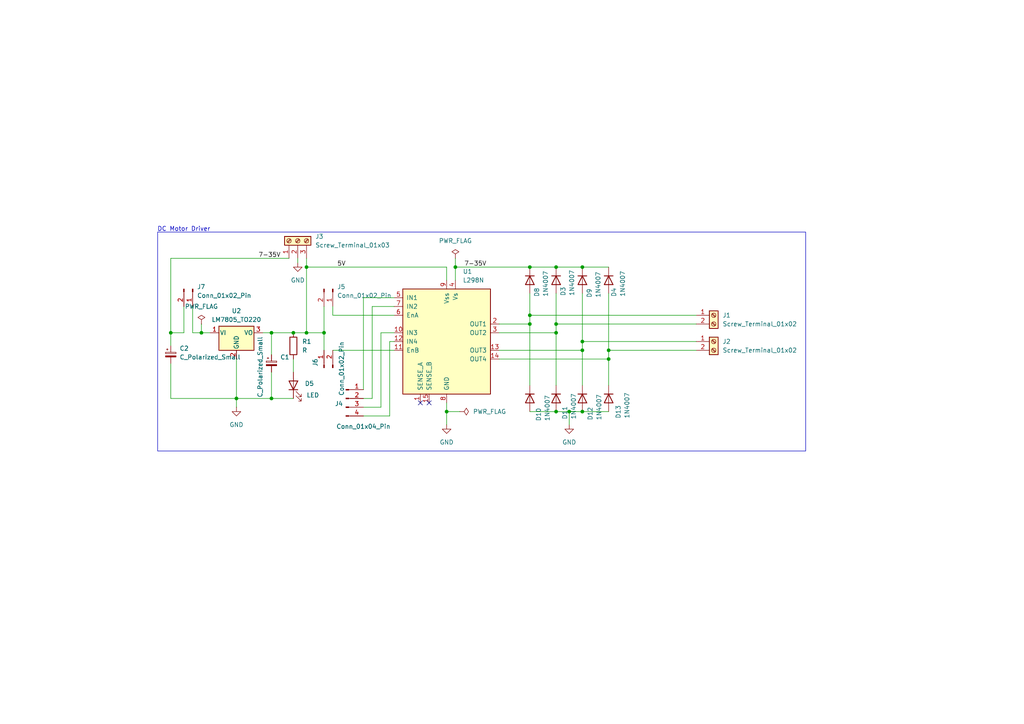
<source format=kicad_sch>
(kicad_sch (version 20250114) (generator "eeschema") (generator_version "9.0")
  (paper "A4")
  (lib_symbols
    (symbol "Connector:Conn_01x02_Pin" (pin_names (offset 1.016) (hide yes))
      (property "Reference" "J" (at 0 2.54 0))
      (property "Value" "Conn_01x02_Pin" (at 0 -5.08 0))
      (symbol "Conn_01x02_Pin_1_1"
        (rectangle (start 0.8636 0.127) (end 0 -0.127) (stroke (width 0.1524)) (fill (type outline)))
        (rectangle (start 0.8636 -2.413) (end 0 -2.667) (stroke (width 0.1524)) (fill (type outline)))
        (polyline (pts (xy 1.27 0) (xy 0.8636 0)) (stroke (width 0.1524)))
        (polyline (pts (xy 1.27 -2.54) (xy 0.8636 -2.54)) (stroke (width 0.1524)))
        (pin passive line (at 5.08 0 180) (length 3.81) (name "Pin_1") (number "1"))
        (pin passive line (at 5.08 -2.54 180) (length 3.81) (name "Pin_2") (number "2"))
      )
    )
    (symbol "Connector:Conn_01x04_Pin" (pin_names (offset 1.016) (hide yes))
      (property "Reference" "J" (at 0 5.08 0))
      (property "Value" "Conn_01x04_Pin" (at 0 -7.62 0))
      (symbol "Conn_01x04_Pin_1_1"
        (rectangle (start 0.8636 2.667) (end 0 2.413) (stroke (width 0.1524)) (fill (type outline)))
        (rectangle (start 0.8636 0.127) (end 0 -0.127) (stroke (width 0.1524)) (fill (type outline)))
        (rectangle (start 0.8636 -2.413) (end 0 -2.667) (stroke (width 0.1524)) (fill (type outline)))
        (rectangle (start 0.8636 -4.953) (end 0 -5.207) (stroke (width 0.1524)) (fill (type outline)))
        (polyline (pts (xy 1.27 2.54) (xy 0.8636 2.54)) (stroke (width 0.1524)))
        (polyline (pts (xy 1.27 0) (xy 0.8636 0)) (stroke (width 0.1524)))
        (polyline (pts (xy 1.27 -2.54) (xy 0.8636 -2.54)) (stroke (width 0.1524)))
        (polyline (pts (xy 1.27 -5.08) (xy 0.8636 -5.08)) (stroke (width 0.1524)))
        (pin passive line (at 5.08 2.54 180) (length 3.81) (name "Pin_1") (number "1"))
        (pin passive line (at 5.08 0 180) (length 3.81) (name "Pin_2") (number "2"))
        (pin passive line (at 5.08 -2.54 180) (length 3.81) (name "Pin_3") (number "3"))
        (pin passive line (at 5.08 -5.08 180) (length 3.81) (name "Pin_4") (number "4"))
      )
    )
    (symbol "Connector:Screw_Terminal_01x02" (pin_names (offset 1.016) (hide yes))
      (property "Reference" "J" (at 0 2.54 0))
      (property "Value" "Screw_Terminal_01x02" (at 0 -5.08 0))
      (symbol "Screw_Terminal_01x02_1_1"
        (rectangle (start -1.27 1.27) (end 1.27 -3.81) (stroke (width 0.254)) (fill (type background)))
        (polyline (pts (xy -0.5334 0.3302) (xy 0.3302 -0.508)) (stroke (width 0.1524)))
        (polyline (pts (xy -0.5334 -2.2098) (xy 0.3302 -3.048)) (stroke (width 0.1524)))
        (polyline (pts (xy -0.3556 0.508) (xy 0.508 -0.3302)) (stroke (width 0.1524)))
        (polyline (pts (xy -0.3556 -2.032) (xy 0.508 -2.8702)) (stroke (width 0.1524)))
        (circle (center 0 0) (radius 0.635) (stroke (width 0.1524)))
        (circle (center 0 -2.54) (radius 0.635) (stroke (width 0.1524)))
        (pin passive line (at -5.08 0 0) (length 3.81) (name "Pin_1") (number "1"))
        (pin passive line (at -5.08 -2.54 0) (length 3.81) (name "Pin_2") (number "2"))
      )
    )
    (symbol "Connector:Screw_Terminal_01x03" (pin_names (offset 1.016) (hide yes))
      (property "Reference" "J" (at 0 5.08 0))
      (property "Value" "Screw_Terminal_01x03" (at 0 -5.08 0))
      (symbol "Screw_Terminal_01x03_1_1"
        (rectangle (start -1.27 3.81) (end 1.27 -3.81) (stroke (width 0.254)) (fill (type background)))
        (polyline (pts (xy -0.5334 2.8702) (xy 0.3302 2.032)) (stroke (width 0.1524)))
        (polyline (pts (xy -0.5334 0.3302) (xy 0.3302 -0.508)) (stroke (width 0.1524)))
        (polyline (pts (xy -0.5334 -2.2098) (xy 0.3302 -3.048)) (stroke (width 0.1524)))
        (polyline (pts (xy -0.3556 3.048) (xy 0.508 2.2098)) (stroke (width 0.1524)))
        (polyline (pts (xy -0.3556 0.508) (xy 0.508 -0.3302)) (stroke (width 0.1524)))
        (polyline (pts (xy -0.3556 -2.032) (xy 0.508 -2.8702)) (stroke (width 0.1524)))
        (circle (center 0 2.54) (radius 0.635) (stroke (width 0.1524)))
        (circle (center 0 0) (radius 0.635) (stroke (width 0.1524)))
        (circle (center 0 -2.54) (radius 0.635) (stroke (width 0.1524)))
        (pin passive line (at -5.08 2.54 0) (length 3.81) (name "Pin_1") (number "1"))
        (pin passive line (at -5.08 0 0) (length 3.81) (name "Pin_2") (number "2"))
        (pin passive line (at -5.08 -2.54 0) (length 3.81) (name "Pin_3") (number "3"))
      )
    )
    (symbol "Device:C_Polarized_Small" (pin_numbers (hide yes)) (pin_names (offset 0.254) (hide yes))
      (property "Reference" "C" (at 0.254 1.778 0))
      (property "Value" "C_Polarized_Small" (at 0.254 -2.032 0))
      (symbol "C_Polarized_Small_0_1"
        (rectangle (start -1.524 0.6858) (end 1.524 0.3048))
        (rectangle (start -1.524 -0.3048) (end 1.524 -0.6858) (fill (type outline)))
        (polyline (pts (xy -1.27 1.524) (xy -0.762 1.524)))
        (polyline (pts (xy -1.016 1.27) (xy -1.016 1.778)))
      )
      (symbol "C_Polarized_Small_1_1"
        (pin passive line (at 0 2.54 270) (length 1.8542) (name "~") (number "1"))
        (pin passive line (at 0 -2.54 90) (length 1.8542) (name "~") (number "2"))
      )
    )
    (symbol "Device:LED" (pin_numbers (hide yes)) (pin_names (offset 1.016) (hide yes))
      (property "Reference" "D" (at 0 2.54 0))
      (property "Value" "LED" (at 0 -2.54 0))
      (symbol "LED_0_1"
        (polyline (pts (xy -3.048 -0.762) (xy -4.572 -2.286) (xy -3.81 -2.286) (xy -4.572 -2.286) (xy -4.572 -1.524)))
        (polyline (pts (xy -1.778 -0.762) (xy -3.302 -2.286) (xy -2.54 -2.286) (xy -3.302 -2.286) (xy -3.302 -1.524)))
        (polyline (pts (xy -1.27 0) (xy 1.27 0)))
        (polyline (pts (xy -1.27 -1.27) (xy -1.27 1.27)) (stroke (width 0.254)))
        (polyline (pts (xy 1.27 -1.27) (xy 1.27 1.27) (xy -1.27 0) (xy 1.27 -1.27)) (stroke (width 0.254)))
      )
      (symbol "LED_1_1"
        (pin passive line (at -3.81 0 0) (length 2.54) (name "K") (number "1"))
        (pin passive line (at 3.81 0 180) (length 2.54) (name "A") (number "2"))
      )
    )
    (symbol "Device:R" (pin_numbers (hide yes)) (pin_names (offset 0))
      (property "Reference" "R" (at 2.032 0 90))
      (property "Value" "R" (at 0 0 90))
      (symbol "R_0_1"
        (rectangle (start -1.016 -2.54) (end 1.016 2.54) (stroke (width 0.254)))
      )
      (symbol "R_1_1"
        (pin passive line (at 0 3.81 270) (length 1.27) (name "~") (number "1"))
        (pin passive line (at 0 -3.81 90) (length 1.27) (name "~") (number "2"))
      )
    )
    (symbol "Diode:1N4007" (pin_numbers (hide yes)) (pin_names (hide yes))
      (property "Reference" "D" (at 0 2.54 0))
      (property "Value" "1N4007" (at 0 -2.54 0))
      (symbol "1N4007_0_1"
        (polyline (pts (xy -1.27 1.27) (xy -1.27 -1.27)) (stroke (width 0.254)))
        (polyline (pts (xy 1.27 1.27) (xy 1.27 -1.27) (xy -1.27 0) (xy 1.27 1.27)) (stroke (width 0.254)))
        (polyline (pts (xy 1.27 0) (xy -1.27 0)))
      )
      (symbol "1N4007_1_1"
        (pin passive line (at -3.81 0 0) (length 2.54) (name "K") (number "1"))
        (pin passive line (at 3.81 0 180) (length 2.54) (name "A") (number "2"))
      )
    )
    (symbol "Driver_Motor:L298N" (pin_names (offset 1.016))
      (property "Reference" "U" (at -10.16 16.51 0))
      (property "Value" "L298N" (at 12.7 16.51 0))
      (symbol "L298N_0_1"
        (rectangle (start -12.7 15.24) (end 12.7 -15.24) (stroke (width 0.254)) (fill (type background)))
      )
      (symbol "L298N_1_1"
        (pin input line (at -15.24 12.7 0) (length 2.54) (name "IN1") (number "5"))
        (pin input line (at -15.24 10.16 0) (length 2.54) (name "IN2") (number "7"))
        (pin input line (at -15.24 7.62 0) (length 2.54) (name "EnA") (number "6"))
        (pin input line (at -15.24 2.54 0) (length 2.54) (name "IN3") (number "10"))
        (pin input line (at -15.24 0 0) (length 2.54) (name "IN4") (number "12"))
        (pin input line (at -15.24 -2.54 0) (length 2.54) (name "EnB") (number "11"))
        (pin power_in line (at -7.62 -17.78 90) (length 2.54) (name "SENSE_A") (number "1"))
        (pin power_in line (at -5.08 -17.78 90) (length 2.54) (name "SENSE_B") (number "15"))
        (pin power_in line (at 0 17.78 270) (length 2.54) (name "Vss") (number "9"))
        (pin power_in line (at 0 -17.78 90) (length 2.54) (name "GND") (number "8"))
        (pin power_in line (at 2.54 17.78 270) (length 2.54) (name "Vs") (number "4"))
        (pin output line (at 15.24 5.08 180) (length 2.54) (name "OUT1") (number "2"))
        (pin output line (at 15.24 2.54 180) (length 2.54) (name "OUT2") (number "3"))
        (pin output line (at 15.24 -2.54 180) (length 2.54) (name "OUT3") (number "13"))
        (pin output line (at 15.24 -5.08 180) (length 2.54) (name "OUT4") (number "14"))
      )
    )
    (symbol "Regulator_Linear:LM7805_TO220" (pin_names (offset 0.254))
      (property "Reference" "U" (at -3.81 3.175 0))
      (property "Value" "LM7805_TO220" (at 0 3.175 0))
      (symbol "LM7805_TO220_0_1"
        (rectangle (start -5.08 1.905) (end 5.08 -5.08) (stroke (width 0.254)) (fill (type background)))
      )
      (symbol "LM7805_TO220_1_1"
        (pin power_in line (at -7.62 0 0) (length 2.54) (name "VI") (number "1"))
        (pin power_in line (at 0 -7.62 90) (length 2.54) (name "GND") (number "2"))
        (pin power_out line (at 7.62 0 180) (length 2.54) (name "VO") (number "3"))
      )
    )
    (symbol "power:GND" (power) (pin_numbers (hide yes)) (pin_names (offset 0) (hide yes))
      (property "Value" "GND" (at 0 -3.81 0))
      (symbol "GND_0_1"
        (polyline (pts (xy 0 0) (xy 0 -1.27) (xy 1.27 -1.27) (xy 0 -2.54) (xy -1.27 -1.27) (xy 0 -1.27)))
      )
      (symbol "GND_1_1"
        (pin power_in line (at 0 0 270) (length 0) (name "~") (number "1"))
      )
    )
    (symbol "power:PWR_FLAG" (power) (pin_numbers (hide yes)) (pin_names (offset 0) (hide yes))
      (property "Value" "PWR_FLAG" (at 0 3.81 0))
      (symbol "PWR_FLAG_0_0"
        (pin power_out line (at 0 0 90) (length 0) (name "~") (number "1"))
      )
      (symbol "PWR_FLAG_0_1"
        (polyline (pts (xy 0 0) (xy 0 1.27) (xy -1.016 1.905) (xy 0 2.54) (xy 1.016 1.905) (xy 0 1.27)))
      )
    )
  )
  (rectangle (start 45.72 67.31) (end 233.68 130.81))
  (text "DC Motor Driver" (at 53.34 66.548 0) (effects (font (size 1.27 1.27))))
  (junction (at 49.53 96.52))
  (junction (at 88.9 96.52))
  (junction (at 165.1 119.38))
  (junction (at 132.08 77.47))
  (junction (at 78.74 115.57))
  (junction (at 129.54 119.38))
  (junction (at 78.74 96.52))
  (junction (at 68.58 115.57))
  (junction (at 161.29 93.98))
  (junction (at 153.67 77.47))
  (junction (at 93.98 96.52))
  (junction (at 85.09 96.52))
  (junction (at 168.91 77.47))
  (junction (at 161.29 77.47))
  (junction (at 168.91 119.38))
  (junction (at 168.91 101.6))
  (junction (at 176.53 101.6))
  (junction (at 153.67 93.98))
  (junction (at 168.91 99.06))
  (junction (at 161.29 96.52))
  (junction (at 58.42 96.52))
  (junction (at 176.53 104.14))
  (junction (at 88.9 77.47))
  (junction (at 153.67 91.44))
  (junction (at 161.29 119.38))
  (no_connect (at 121.92 116.84))
  (no_connect (at 124.46 116.84))
  (wire (pts (xy 96.52 101.6) (xy 114.3 101.6)))
  (wire (pts (xy 176.53 85.09) (xy 176.53 101.6)))
  (wire (pts (xy 93.98 96.52) (xy 93.98 101.6)))
  (wire (pts (xy 88.9 77.47) (xy 88.9 96.52)))
  (wire (pts (xy 168.91 77.47) (xy 176.53 77.47)))
  (wire (pts (xy 53.34 88.9) (xy 53.34 96.52)))
  (wire (pts (xy 110.49 96.52) (xy 110.49 118.11)))
  (wire (pts (xy 107.95 115.57) (xy 105.41 115.57)))
  (wire (pts (xy 55.88 88.9) (xy 55.88 96.52)))
  (wire (pts (xy 168.91 99.06) (xy 168.91 101.6)))
  (wire (pts (xy 58.42 93.98) (xy 58.42 96.52)))
  (wire (pts (xy 168.91 101.6) (xy 168.91 111.76)))
  (wire (pts (xy 144.78 101.6) (xy 168.91 101.6)))
  (wire (pts (xy 88.9 96.52) (xy 85.09 96.52)))
  (wire (pts (xy 153.67 91.44) (xy 153.67 93.98)))
  (wire (pts (xy 58.42 96.52) (xy 60.96 96.52)))
  (wire (pts (xy 49.53 74.93) (xy 49.53 96.52)))
  (wire (pts (xy 86.36 74.93) (xy 86.36 76.2)))
  (wire (pts (xy 88.9 74.93) (xy 88.9 77.47)))
  (wire (pts (xy 165.1 123.19) (xy 165.1 119.38)))
  (wire (pts (xy 153.67 85.09) (xy 153.67 91.44)))
  (wire (pts (xy 161.29 96.52) (xy 161.29 111.76)))
  (wire (pts (xy 113.03 99.06) (xy 113.03 120.65)))
  (wire (pts (xy 129.54 116.84) (xy 129.54 119.38)))
  (wire (pts (xy 49.53 115.57) (xy 68.58 115.57)))
  (wire (pts (xy 78.74 96.52) (xy 76.2 96.52)))
  (wire (pts (xy 107.95 88.9) (xy 107.95 115.57)))
  (wire (pts (xy 113.03 120.65) (xy 105.41 120.65)))
  (wire (pts (xy 165.1 119.38) (xy 168.91 119.38)))
  (wire (pts (xy 161.29 93.98) (xy 201.93 93.98)))
  (wire (pts (xy 129.54 119.38) (xy 133.35 119.38)))
  (wire (pts (xy 105.41 86.36) (xy 105.41 113.03)))
  (wire (pts (xy 68.58 104.14) (xy 68.58 115.57)))
  (wire (pts (xy 114.3 86.36) (xy 105.41 86.36)))
  (wire (pts (xy 129.54 81.28) (xy 129.54 77.47)))
  (wire (pts (xy 132.08 77.47) (xy 132.08 81.28)))
  (wire (pts (xy 161.29 93.98) (xy 161.29 96.52)))
  (wire (pts (xy 168.91 99.06) (xy 201.93 99.06)))
  (wire (pts (xy 85.09 104.14) (xy 85.09 107.95)))
  (wire (pts (xy 55.88 96.52) (xy 58.42 96.52)))
  (wire (pts (xy 85.09 115.57) (xy 78.74 115.57)))
  (wire (pts (xy 49.53 105.41) (xy 49.53 115.57)))
  (wire (pts (xy 114.3 99.06) (xy 113.03 99.06)))
  (wire (pts (xy 132.08 74.93) (xy 132.08 77.47)))
  (wire (pts (xy 144.78 104.14) (xy 176.53 104.14)))
  (wire (pts (xy 93.98 96.52) (xy 88.9 96.52)))
  (wire (pts (xy 144.78 93.98) (xy 153.67 93.98)))
  (wire (pts (xy 78.74 102.87) (xy 78.74 96.52)))
  (wire (pts (xy 161.29 85.09) (xy 161.29 93.98)))
  (wire (pts (xy 93.98 88.9) (xy 93.98 96.52)))
  (wire (pts (xy 176.53 101.6) (xy 176.53 104.14)))
  (wire (pts (xy 49.53 96.52) (xy 49.53 100.33)))
  (wire (pts (xy 114.3 88.9) (xy 107.95 88.9)))
  (wire (pts (xy 110.49 118.11) (xy 105.41 118.11)))
  (wire (pts (xy 78.74 96.52) (xy 85.09 96.52)))
  (wire (pts (xy 78.74 115.57) (xy 68.58 115.57)))
  (wire (pts (xy 49.53 74.93) (xy 83.82 74.93)))
  (wire (pts (xy 153.67 91.44) (xy 201.93 91.44)))
  (wire (pts (xy 78.74 107.95) (xy 78.74 115.57)))
  (wire (pts (xy 161.29 77.47) (xy 168.91 77.47)))
  (wire (pts (xy 153.67 119.38) (xy 161.29 119.38)))
  (wire (pts (xy 96.52 88.9) (xy 96.52 91.44)))
  (wire (pts (xy 129.54 119.38) (xy 129.54 123.19)))
  (wire (pts (xy 53.34 96.52) (xy 49.53 96.52)))
  (wire (pts (xy 96.52 91.44) (xy 114.3 91.44)))
  (wire (pts (xy 176.53 101.6) (xy 201.93 101.6)))
  (wire (pts (xy 88.9 77.47) (xy 129.54 77.47)))
  (wire (pts (xy 144.78 96.52) (xy 161.29 96.52)))
  (wire (pts (xy 132.08 77.47) (xy 153.67 77.47)))
  (wire (pts (xy 153.67 93.98) (xy 153.67 111.76)))
  (wire (pts (xy 153.67 77.47) (xy 161.29 77.47)))
  (wire (pts (xy 176.53 104.14) (xy 176.53 111.76)))
  (wire (pts (xy 114.3 96.52) (xy 110.49 96.52)))
  (wire (pts (xy 68.58 115.57) (xy 68.58 118.11)))
  (wire (pts (xy 168.91 119.38) (xy 176.53 119.38)))
  (wire (pts (xy 168.91 85.09) (xy 168.91 99.06)))
  (wire (pts (xy 161.29 119.38) (xy 165.1 119.38)))
  (label "7-35V" (at 134.62 77.47 0))
  (label "5V" (at 97.79 77.47 0))
  (label "7-35V" (at 74.93 74.93 0))
  (symbol (lib_id "Connector:Screw_Terminal_01x02") (at 207.01 99.06 0) (unit 1)
    (property "Reference" "J2" (at 209.55 99.0599 0) (effects (justify left)))
    (property "Value" "Screw_Terminal_01x02" (at 209.55 101.5999 0) (effects (justify left)))
    (property "Footprint" "TerminalBlock_Phoenix:TerminalBlock_Phoenix_MPT-0,5-2-2.54_1x02_P2.54mm_Horizontal" (effects (hide yes)))
    (property "Description" "Generic screw terminal, single row, 01x02, script generated (kicad-library-utils/schlib/autogen/connector/)" (effects (hide yes)))
  )
  (symbol (lib_id "Driver_Motor:L298N") (at 129.54 99.06 0) (unit 1)
    (property "Reference" "U1" (at 134.2233 78.74 0) (effects (justify left)))
    (property "Value" "L298N" (at 134.2233 81.28 0) (effects (justify left)))
    (property "Footprint" "Package_TO_SOT_THT:TO-220-15_P2.54x5.08mm_StaggerOdd_Lead4.58mm_Vertical" (effects (hide yes)))
    (property "Datasheet" "http://www.st.com/st-web-ui/static/active/en/resource/technical/document/datasheet/CD00000240.pdf" (effects (hide yes)))
    (property "Description" "Dual full bridge motor driver, up to 46V, 4A, Multiwatt15-V" (effects (hide yes)))
  )
  (symbol (lib_id "Device:LED") (at 85.09 111.76 90) (unit 1)
    (property "Reference" "D5" (at 88.392 111.252 90) (effects (justify right)))
    (property "Value" "LED" (at 88.9 114.6174 90) (effects (justify right)))
    (property "Footprint" "LED_THT:LED_D3.0mm" (effects (hide yes)))
    (property "Description" "Light emitting diode" (effects (hide yes)))
    (property "Sim.Pins" "1=K 2=A" (effects (hide yes)))
  )
  (symbol (lib_id "Diode:1N4007") (at 161.29 81.28 270) (unit 1)
    (property "Reference" "D3" (at 163.322 85.852 0) (effects (justify right)))
    (property "Value" "1N4007" (at 165.862 85.852 0) (effects (justify right)))
    (property "Footprint" "Diode_THT:D_DO-41_SOD81_P10.16mm_Horizontal" (effects (hide yes)))
    (property "Datasheet" "http://www.vishay.com/docs/88503/1n4001.pdf" (effects (hide yes)))
    (property "Description" "1000V 1A General Purpose Rectifier Diode, DO-41" (effects (hide yes)))
    (property "Sim.Device" "D" (effects (hide yes)))
    (property "Sim.Pins" "1=K 2=A" (effects (hide yes)))
  )
  (symbol (lib_id "Connector:Conn_01x02_Pin") (at 55.88 83.82 270) (unit 1)
    (property "Reference" "J7" (at 57.15 83.1849 90) (effects (justify left)))
    (property "Value" "Conn_01x02_Pin" (at 57.15 85.7249 90) (effects (justify left)))
    (property "Footprint" "Connector_PinHeader_1.00mm:PinHeader_1x02_P1.00mm_Vertical" (effects (hide yes)))
    (property "Description" "Generic connector, single row, 01x02, script generated" (effects (hide yes)))
  )
  (symbol (lib_id "Diode:1N4007") (at 153.67 81.28 270) (unit 1)
    (property "Reference" "D8" (at 155.702 86.106 0) (effects (justify right)))
    (property "Value" "1N4007" (at 158.242 86.106 0) (effects (justify right)))
    (property "Footprint" "Diode_THT:D_DO-41_SOD81_P10.16mm_Horizontal" (effects (hide yes)))
    (property "Datasheet" "http://www.vishay.com/docs/88503/1n4001.pdf" (effects (hide yes)))
    (property "Description" "1000V 1A General Purpose Rectifier Diode, DO-41" (effects (hide yes)))
    (property "Sim.Device" "D" (effects (hide yes)))
    (property "Sim.Pins" "1=K 2=A" (effects (hide yes)))
  )
  (symbol (lib_id "Connector:Screw_Terminal_01x03") (at 86.36 69.85 90) (unit 1)
    (property "Reference" "J3" (at 91.44 68.5799 90) (effects (justify right)))
    (property "Value" "Screw_Terminal_01x03" (at 91.44 71.1199 90) (effects (justify right)))
    (property "Footprint" "TerminalBlock_Phoenix:TerminalBlock_Phoenix_MPT-0,5-3-2.54_1x03_P2.54mm_Horizontal" (effects (hide yes)))
    (property "Description" "Generic screw terminal, single row, 01x03, script generated (kicad-library-utils/schlib/autogen/connector/)" (effects (hide yes)))
  )
  (symbol (lib_id "power:PWR_FLAG") (at 58.42 93.98 0) (unit 1)
    (property "Reference" "#FLG02" (effects (hide yes)))
    (property "Value" "PWR_FLAG" (at 58.42 88.9 0))
    (property "Description" "Special symbol for telling ERC where power comes from" (effects (hide yes)))
  )
  (symbol (lib_id "Diode:1N4007") (at 176.53 81.28 270) (unit 1)
    (property "Reference" "D4" (at 178.054 86.106 0) (effects (justify right)))
    (property "Value" "1N4007" (at 180.594 86.106 0) (effects (justify right)))
    (property "Footprint" "Diode_THT:D_DO-41_SOD81_P10.16mm_Horizontal" (effects (hide yes)))
    (property "Datasheet" "http://www.vishay.com/docs/88503/1n4001.pdf" (effects (hide yes)))
    (property "Description" "1000V 1A General Purpose Rectifier Diode, DO-41" (effects (hide yes)))
    (property "Sim.Device" "D" (effects (hide yes)))
    (property "Sim.Pins" "1=K 2=A" (effects (hide yes)))
  )
  (symbol (lib_id "Regulator_Linear:LM7805_TO220") (at 68.58 96.52 0) (unit 1)
    (property "Reference" "U2" (at 68.58 90.17 0))
    (property "Value" "LM7805_TO220" (at 68.58 92.71 0))
    (property "Footprint" "Package_TO_SOT_THT:TO-220-3_Horizontal_TabDown" (effects (hide yes)))
    (property "Datasheet" "https://www.onsemi.cn/PowerSolutions/document/MC7800-D.PDF" (effects (hide yes)))
    (property "Description" "Positive 1A 35V Linear Regulator, Fixed Output 5V, TO-220" (effects (hide yes)))
  )
  (symbol (lib_id "power:PWR_FLAG") (at 133.35 119.38 270) (unit 1)
    (property "Reference" "#FLG01" (effects (hide yes)))
    (property "Value" "PWR_FLAG" (at 137.16 119.3799 90) (effects (justify left)))
    (property "Description" "Special symbol for telling ERC where power comes from" (effects (hide yes)))
  )
  (symbol (lib_id "power:GND") (at 86.36 76.2 0) (unit 1)
    (property "Reference" "#PWR04" (effects (hide yes)))
    (property "Value" "GND" (at 86.36 81.28 0))
    (property "Description" "Power symbol creates a global label with name \"GND\" , ground" (effects (hide yes)))
  )
  (symbol (lib_id "power:GND") (at 165.1 123.19 0) (unit 1)
    (property "Reference" "#PWR02" (effects (hide yes)))
    (property "Value" "GND" (at 165.1 128.27 0))
    (property "Description" "Power symbol creates a global label with name \"GND\" , ground" (effects (hide yes)))
  )
  (symbol (lib_id "power:PWR_FLAG") (at 132.08 74.93 0) (unit 1)
    (property "Reference" "#FLG03" (effects (hide yes)))
    (property "Value" "PWR_FLAG" (at 132.08 69.85 0))
    (property "Description" "Special symbol for telling ERC where power comes from" (effects (hide yes)))
  )
  (symbol (lib_id "power:GND") (at 129.54 123.19 0) (unit 1)
    (property "Reference" "#PWR01" (effects (hide yes)))
    (property "Value" "GND" (at 129.54 128.27 0))
    (property "Description" "Power symbol creates a global label with name \"GND\" , ground" (effects (hide yes)))
  )
  (symbol (lib_id "Device:R") (at 85.09 100.33 0) (unit 1)
    (property "Reference" "R1" (at 87.63 99.0599 0) (effects (justify left)))
    (property "Value" "R" (at 87.63 101.5999 0) (effects (justify left)))
    (property "Footprint" "Resistor_THT:R_Axial_DIN0204_L3.6mm_D1.6mm_P5.08mm_Horizontal" (effects (hide yes)))
    (property "Description" "Resistor" (effects (hide yes)))
  )
  (symbol (lib_id "Diode:1N4007") (at 153.67 115.57 270) (unit 1)
    (property "Reference" "D10" (at 156.21 122.174 0) (effects (justify right)))
    (property "Value" "1N4007" (at 158.75 122.174 0) (effects (justify right)))
    (property "Footprint" "Diode_THT:D_DO-41_SOD81_P10.16mm_Horizontal" (effects (hide yes)))
    (property "Datasheet" "http://www.vishay.com/docs/88503/1n4001.pdf" (effects (hide yes)))
    (property "Description" "1000V 1A General Purpose Rectifier Diode, DO-41" (effects (hide yes)))
    (property "Sim.Device" "D" (effects (hide yes)))
    (property "Sim.Pins" "1=K 2=A" (effects (hide yes)))
  )
  (symbol (lib_id "Device:C_Polarized_Small") (at 78.74 105.41 0) (unit 1)
    (property "Reference" "C1" (at 81.28 103.5938 0) (effects (justify left)))
    (property "Value" "C_Polarized_Small" (at 75.438 115.316 90) (effects (justify left)))
    (property "Footprint" "Capacitor_THT:CP_Radial_D4.0mm_P1.50mm" (effects (hide yes)))
    (property "Description" "Polarized capacitor, small symbol" (effects (hide yes)))
  )
  (symbol (lib_id "Connector:Conn_01x04_Pin") (at 100.33 115.57 0) (unit 1)
    (property "Reference" "J4" (at 98.298 117.094 0))
    (property "Value" "Conn_01x04_Pin" (at 105.41 123.698 0))
    (property "Footprint" "Connector_PinHeader_1.00mm:PinHeader_1x04_P1.00mm_Vertical" (effects (hide yes)))
    (property "Description" "Generic connector, single row, 01x04, script generated" (effects (hide yes)))
  )
  (symbol (lib_id "power:GND") (at 68.58 118.11 0) (unit 1)
    (property "Reference" "#PWR03" (effects (hide yes)))
    (property "Value" "GND" (at 68.58 123.19 0))
    (property "Description" "Power symbol creates a global label with name \"GND\" , ground" (effects (hide yes)))
  )
  (symbol (lib_id "Diode:1N4007") (at 161.29 115.57 270) (unit 1)
    (property "Reference" "D11" (at 163.83 121.666 0) (effects (justify right)))
    (property "Value" "1N4007" (at 166.37 121.666 0) (effects (justify right)))
    (property "Footprint" "Diode_THT:D_DO-41_SOD81_P10.16mm_Horizontal" (effects (hide yes)))
    (property "Datasheet" "http://www.vishay.com/docs/88503/1n4001.pdf" (effects (hide yes)))
    (property "Description" "1000V 1A General Purpose Rectifier Diode, DO-41" (effects (hide yes)))
    (property "Sim.Device" "D" (effects (hide yes)))
    (property "Sim.Pins" "1=K 2=A" (effects (hide yes)))
  )
  (symbol (lib_id "Connector:Screw_Terminal_01x02") (at 207.01 91.44 0) (unit 1)
    (property "Reference" "J1" (at 209.55 91.4399 0) (effects (justify left)))
    (property "Value" "Screw_Terminal_01x02" (at 209.55 93.9799 0) (effects (justify left)))
    (property "Footprint" "TerminalBlock_Phoenix:TerminalBlock_Phoenix_MPT-0,5-2-2.54_1x02_P2.54mm_Horizontal" (effects (hide yes)))
    (property "Description" "Generic screw terminal, single row, 01x02, script generated (kicad-library-utils/schlib/autogen/connector/)" (effects (hide yes)))
  )
  (symbol (lib_id "Diode:1N4007") (at 168.91 115.57 270) (unit 1)
    (property "Reference" "D12" (at 171.196 121.92 0) (effects (justify right)))
    (property "Value" "1N4007" (at 173.736 121.92 0) (effects (justify right)))
    (property "Footprint" "Diode_THT:D_DO-41_SOD81_P10.16mm_Horizontal" (effects (hide yes)))
    (property "Datasheet" "http://www.vishay.com/docs/88503/1n4001.pdf" (effects (hide yes)))
    (property "Description" "1000V 1A General Purpose Rectifier Diode, DO-41" (effects (hide yes)))
    (property "Sim.Device" "D" (effects (hide yes)))
    (property "Sim.Pins" "1=K 2=A" (effects (hide yes)))
  )
  (symbol (lib_id "Connector:Conn_01x02_Pin") (at 96.52 83.82 270) (unit 1)
    (property "Reference" "J5" (at 97.79 83.1849 90) (effects (justify left)))
    (property "Value" "Conn_01x02_Pin" (at 97.79 85.7249 90) (effects (justify left)))
    (property "Footprint" "Connector_PinHeader_1.00mm:PinHeader_1x02_P1.00mm_Vertical" (effects (hide yes)))
    (property "Description" "Generic connector, single row, 01x02, script generated" (effects (hide yes)))
  )
  (symbol (lib_id "Device:C_Polarized_Small") (at 49.53 102.87 0) (unit 1)
    (property "Reference" "C2" (at 52.07 101.0538 0) (effects (justify left)))
    (property "Value" "C_Polarized_Small" (at 52.07 103.5938 0) (effects (justify left)))
    (property "Footprint" "Capacitor_THT:CP_Radial_D4.0mm_P1.50mm" (effects (hide yes)))
    (property "Description" "Polarized capacitor, small symbol" (effects (hide yes)))
  )
  (symbol (lib_id "Diode:1N4007") (at 168.91 81.28 270) (unit 1)
    (property "Reference" "D9" (at 170.942 86.36 0) (effects (justify right)))
    (property "Value" "1N4007" (at 173.482 86.36 0) (effects (justify right)))
    (property "Footprint" "Diode_THT:D_DO-41_SOD81_P10.16mm_Horizontal" (effects (hide yes)))
    (property "Datasheet" "http://www.vishay.com/docs/88503/1n4001.pdf" (effects (hide yes)))
    (property "Description" "1000V 1A General Purpose Rectifier Diode, DO-41" (effects (hide yes)))
    (property "Sim.Device" "D" (effects (hide yes)))
    (property "Sim.Pins" "1=K 2=A" (effects (hide yes)))
  )
  (symbol (lib_id "Diode:1N4007") (at 176.53 115.57 270) (unit 1)
    (property "Reference" "D13" (at 179.324 121.412 0) (effects (justify right)))
    (property "Value" "1N4007" (at 181.864 121.412 0) (effects (justify right)))
    (property "Footprint" "Diode_THT:D_DO-41_SOD81_P10.16mm_Horizontal" (effects (hide yes)))
    (property "Datasheet" "http://www.vishay.com/docs/88503/1n4001.pdf" (effects (hide yes)))
    (property "Description" "1000V 1A General Purpose Rectifier Diode, DO-41" (effects (hide yes)))
    (property "Sim.Device" "D" (effects (hide yes)))
    (property "Sim.Pins" "1=K 2=A" (effects (hide yes)))
  )
  (symbol (lib_id "Connector:Conn_01x02_Pin") (at 93.98 106.68 90) (unit 1)
    (property "Reference" "J6" (at 91.44 105.156 0))
    (property "Value" "Conn_01x02_Pin" (at 99.06 106.934 0))
    (property "Footprint" "Connector_PinHeader_1.00mm:PinHeader_1x02_P1.00mm_Vertical" (effects (hide yes)))
    (property "Description" "Generic connector, single row, 01x02, script generated" (effects (hide yes)))
  )
)
</source>
